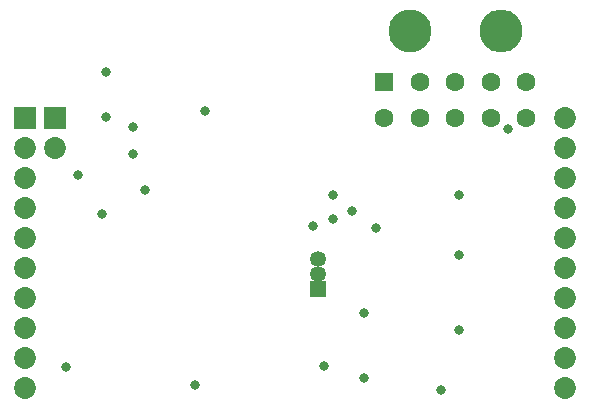
<source format=gbs>
G04*
G04 #@! TF.GenerationSoftware,Altium Limited,Altium Designer,22.1.2 (22)*
G04*
G04 Layer_Color=16711935*
%FSLAX24Y24*%
%MOIN*%
G70*
G04*
G04 #@! TF.SameCoordinates,F367158F-93D5-41CE-9AE3-167B46B4E197*
G04*
G04*
G04 #@! TF.FilePolarity,Negative*
G04*
G01*
G75*
%ADD27R,0.0530X0.0530*%
%ADD28C,0.0530*%
%ADD29R,0.0629X0.0629*%
%ADD30C,0.0629*%
%ADD31C,0.1431*%
%ADD32O,0.1431X0.1431*%
%ADD33C,0.0730*%
%ADD34R,0.0730X0.0730*%
%ADD35C,0.0330*%
D27*
X10550Y4200D02*
D03*
D28*
Y5200D02*
D03*
Y4700D02*
D03*
D29*
X12776Y11100D02*
D03*
D30*
X13957D02*
D03*
X15138D02*
D03*
X16319D02*
D03*
X17500D02*
D03*
X12776Y9919D02*
D03*
X13957D02*
D03*
X15138D02*
D03*
X16319D02*
D03*
X17500D02*
D03*
D31*
X13626Y12801D02*
D03*
D32*
X16650D02*
D03*
D33*
X1800Y8900D02*
D03*
X18800Y900D02*
D03*
Y1900D02*
D03*
Y4900D02*
D03*
Y3900D02*
D03*
Y2900D02*
D03*
Y9900D02*
D03*
Y6900D02*
D03*
Y8900D02*
D03*
Y7900D02*
D03*
Y5900D02*
D03*
X800D02*
D03*
Y2900D02*
D03*
Y3900D02*
D03*
Y4900D02*
D03*
Y1900D02*
D03*
Y900D02*
D03*
Y7900D02*
D03*
Y8900D02*
D03*
Y6900D02*
D03*
D34*
Y9900D02*
D03*
X1800D02*
D03*
D35*
X4400Y8700D02*
D03*
Y9600D02*
D03*
X15250Y2850D02*
D03*
X16900Y9550D02*
D03*
X15250Y5350D02*
D03*
X12500Y6250D02*
D03*
X12100Y3400D02*
D03*
X4811Y7500D02*
D03*
X3500Y11450D02*
D03*
Y9950D02*
D03*
X15250Y7350D02*
D03*
X11050Y7329D02*
D03*
X12100Y1250D02*
D03*
X10750Y1650D02*
D03*
X2150Y1600D02*
D03*
X14650Y850D02*
D03*
X2550Y8000D02*
D03*
X10400Y6300D02*
D03*
X11050Y6550D02*
D03*
X11700Y6800D02*
D03*
X6450Y1000D02*
D03*
X6800Y10150D02*
D03*
X3350Y6700D02*
D03*
M02*

</source>
